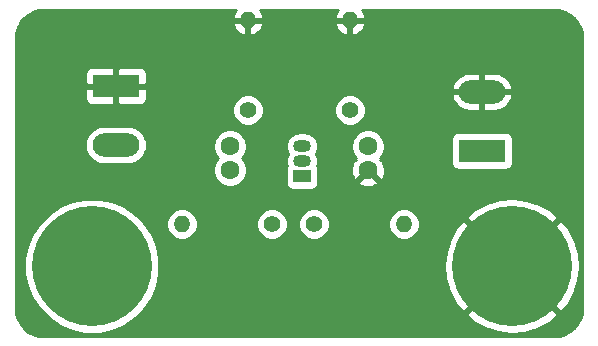
<source format=gbr>
%TF.GenerationSoftware,KiCad,Pcbnew,(5.1.8)-1*%
%TF.CreationDate,2022-01-13T18:29:01+02:00*%
%TF.ProjectId,Single_transistor_AMP,53696e67-6c65-45f7-9472-616e73697374,rev?*%
%TF.SameCoordinates,Original*%
%TF.FileFunction,Copper,L2,Bot*%
%TF.FilePolarity,Positive*%
%FSLAX46Y46*%
G04 Gerber Fmt 4.6, Leading zero omitted, Abs format (unit mm)*
G04 Created by KiCad (PCBNEW (5.1.8)-1) date 2022-01-13 18:29:01*
%MOMM*%
%LPD*%
G01*
G04 APERTURE LIST*
%TA.AperFunction,ComponentPad*%
%ADD10C,1.600000*%
%TD*%
%TA.AperFunction,ComponentPad*%
%ADD11R,3.960000X1.980000*%
%TD*%
%TA.AperFunction,ComponentPad*%
%ADD12O,3.960000X1.980000*%
%TD*%
%TA.AperFunction,ComponentPad*%
%ADD13O,1.500000X1.050000*%
%TD*%
%TA.AperFunction,ComponentPad*%
%ADD14R,1.500000X1.050000*%
%TD*%
%TA.AperFunction,ComponentPad*%
%ADD15O,1.400000X1.400000*%
%TD*%
%TA.AperFunction,ComponentPad*%
%ADD16C,1.400000*%
%TD*%
%TA.AperFunction,ComponentPad*%
%ADD17C,10.160000*%
%TD*%
%TA.AperFunction,Conductor*%
%ADD18C,0.254000*%
%TD*%
%TA.AperFunction,Conductor*%
%ADD19C,0.100000*%
%TD*%
G04 APERTURE END LIST*
D10*
%TO.P,C1,1*%
%TO.N,Net-(C1-Pad1)*%
X110236000Y-69596000D03*
%TO.P,C1,2*%
%TO.N,Net-(C1-Pad2)*%
X110236000Y-67596000D03*
%TD*%
%TO.P,C2,2*%
%TO.N,Net-(C2-Pad2)*%
X121920000Y-67596000D03*
%TO.P,C2,1*%
%TO.N,GNDREF*%
X121920000Y-69596000D03*
%TD*%
D11*
%TO.P,J1,1*%
%TO.N,GNDREF*%
X100584000Y-62484000D03*
D12*
%TO.P,J1,2*%
%TO.N,Net-(C1-Pad2)*%
X100584000Y-67484000D03*
%TD*%
%TO.P,J2,2*%
%TO.N,GNDREF*%
X131572000Y-62963001D03*
D11*
%TO.P,J2,1*%
%TO.N,Net-(J2-Pad1)*%
X131572000Y-67963001D03*
%TD*%
D13*
%TO.P,Q1,2*%
%TO.N,Net-(C1-Pad1)*%
X116332000Y-68834000D03*
%TO.P,Q1,3*%
%TO.N,Net-(C2-Pad2)*%
X116332000Y-67564000D03*
D14*
%TO.P,Q1,1*%
%TO.N,Net-(J2-Pad1)*%
X116332000Y-70104000D03*
%TD*%
D15*
%TO.P,R1,2*%
%TO.N,Net-(C1-Pad1)*%
X106172000Y-74168000D03*
D16*
%TO.P,R1,1*%
%TO.N,+9V*%
X113792000Y-74168000D03*
%TD*%
%TO.P,R2,1*%
%TO.N,Net-(C1-Pad1)*%
X111760000Y-64516000D03*
D15*
%TO.P,R2,2*%
%TO.N,GNDREF*%
X111760000Y-56896000D03*
%TD*%
D16*
%TO.P,R3,1*%
%TO.N,+9V*%
X117348000Y-74168000D03*
D15*
%TO.P,R3,2*%
%TO.N,Net-(J2-Pad1)*%
X124968000Y-74168000D03*
%TD*%
%TO.P,R4,2*%
%TO.N,GNDREF*%
X120396000Y-56896000D03*
D16*
%TO.P,R4,1*%
%TO.N,Net-(C2-Pad2)*%
X120396000Y-64516000D03*
%TD*%
D17*
%TO.P,J3,1*%
%TO.N,+9V*%
X98552000Y-77724000D03*
%TD*%
%TO.P,J4,1*%
%TO.N,GNDREF*%
X134112000Y-77724000D03*
%TD*%
D18*
%TO.N,GNDREF*%
X110693241Y-56093340D02*
X110557147Y-56316877D01*
X110467278Y-56562670D01*
X110589799Y-56769000D01*
X111633000Y-56769000D01*
X111633000Y-56749000D01*
X111887000Y-56749000D01*
X111887000Y-56769000D01*
X112930201Y-56769000D01*
X113052722Y-56562670D01*
X112962853Y-56316877D01*
X112826759Y-56093340D01*
X112770386Y-56032000D01*
X119385614Y-56032000D01*
X119329241Y-56093340D01*
X119193147Y-56316877D01*
X119103278Y-56562670D01*
X119225799Y-56769000D01*
X120269000Y-56769000D01*
X120269000Y-56749000D01*
X120523000Y-56749000D01*
X120523000Y-56769000D01*
X121566201Y-56769000D01*
X121688722Y-56562670D01*
X121598853Y-56316877D01*
X121462759Y-56093340D01*
X121406386Y-56032000D01*
X137635721Y-56032000D01*
X138131216Y-56080584D01*
X138576793Y-56215112D01*
X138987746Y-56433620D01*
X139348434Y-56727788D01*
X139645119Y-57086419D01*
X139866491Y-57495838D01*
X140004126Y-57940465D01*
X140056001Y-58434021D01*
X140056000Y-74708418D01*
X140056001Y-74708428D01*
X140056000Y-81247721D01*
X140007416Y-81743216D01*
X139872890Y-82188790D01*
X139654382Y-82599745D01*
X139360209Y-82960436D01*
X139001581Y-83257119D01*
X138592162Y-83478491D01*
X138147535Y-83616126D01*
X137653990Y-83668000D01*
X94520279Y-83668000D01*
X94024784Y-83619416D01*
X93579210Y-83484890D01*
X93168255Y-83266382D01*
X92807564Y-82972209D01*
X92510881Y-82613581D01*
X92289509Y-82204162D01*
X92151874Y-81759535D01*
X92100000Y-81265990D01*
X92100000Y-77161122D01*
X92837000Y-77161122D01*
X92837000Y-78286878D01*
X93056625Y-79391004D01*
X93487433Y-80431067D01*
X94112870Y-81367100D01*
X94908900Y-82163130D01*
X95844933Y-82788567D01*
X96884996Y-83219375D01*
X97989122Y-83439000D01*
X99114878Y-83439000D01*
X100219004Y-83219375D01*
X101259067Y-82788567D01*
X102195100Y-82163130D01*
X102597034Y-81761196D01*
X130254409Y-81761196D01*
X130840124Y-82443416D01*
X131823704Y-82991045D01*
X132895223Y-83336265D01*
X134013501Y-83465808D01*
X135135565Y-83374697D01*
X136218294Y-83066433D01*
X137220079Y-82552863D01*
X137383876Y-82443416D01*
X137969591Y-81761196D01*
X134112000Y-77903605D01*
X130254409Y-81761196D01*
X102597034Y-81761196D01*
X102991130Y-81367100D01*
X103616567Y-80431067D01*
X104047375Y-79391004D01*
X104267000Y-78286878D01*
X104267000Y-77625501D01*
X128370192Y-77625501D01*
X128461303Y-78747565D01*
X128769567Y-79830294D01*
X129283137Y-80832079D01*
X129392584Y-80995876D01*
X130074804Y-81581591D01*
X133932395Y-77724000D01*
X134291605Y-77724000D01*
X138149196Y-81581591D01*
X138831416Y-80995876D01*
X139379045Y-80012296D01*
X139724265Y-78940777D01*
X139853808Y-77822499D01*
X139762697Y-76700435D01*
X139454433Y-75617706D01*
X138940863Y-74615921D01*
X138831416Y-74452124D01*
X138149196Y-73866409D01*
X134291605Y-77724000D01*
X133932395Y-77724000D01*
X130074804Y-73866409D01*
X129392584Y-74452124D01*
X128844955Y-75435704D01*
X128499735Y-76507223D01*
X128370192Y-77625501D01*
X104267000Y-77625501D01*
X104267000Y-77161122D01*
X104047375Y-76056996D01*
X103616567Y-75016933D01*
X102991130Y-74080900D01*
X102946744Y-74036514D01*
X104837000Y-74036514D01*
X104837000Y-74299486D01*
X104888304Y-74557405D01*
X104988939Y-74800359D01*
X105135038Y-75019013D01*
X105320987Y-75204962D01*
X105539641Y-75351061D01*
X105782595Y-75451696D01*
X106040514Y-75503000D01*
X106303486Y-75503000D01*
X106561405Y-75451696D01*
X106804359Y-75351061D01*
X107023013Y-75204962D01*
X107208962Y-75019013D01*
X107355061Y-74800359D01*
X107455696Y-74557405D01*
X107507000Y-74299486D01*
X107507000Y-74036514D01*
X112457000Y-74036514D01*
X112457000Y-74299486D01*
X112508304Y-74557405D01*
X112608939Y-74800359D01*
X112755038Y-75019013D01*
X112940987Y-75204962D01*
X113159641Y-75351061D01*
X113402595Y-75451696D01*
X113660514Y-75503000D01*
X113923486Y-75503000D01*
X114181405Y-75451696D01*
X114424359Y-75351061D01*
X114643013Y-75204962D01*
X114828962Y-75019013D01*
X114975061Y-74800359D01*
X115075696Y-74557405D01*
X115127000Y-74299486D01*
X115127000Y-74036514D01*
X116013000Y-74036514D01*
X116013000Y-74299486D01*
X116064304Y-74557405D01*
X116164939Y-74800359D01*
X116311038Y-75019013D01*
X116496987Y-75204962D01*
X116715641Y-75351061D01*
X116958595Y-75451696D01*
X117216514Y-75503000D01*
X117479486Y-75503000D01*
X117737405Y-75451696D01*
X117980359Y-75351061D01*
X118199013Y-75204962D01*
X118384962Y-75019013D01*
X118531061Y-74800359D01*
X118631696Y-74557405D01*
X118683000Y-74299486D01*
X118683000Y-74036514D01*
X123633000Y-74036514D01*
X123633000Y-74299486D01*
X123684304Y-74557405D01*
X123784939Y-74800359D01*
X123931038Y-75019013D01*
X124116987Y-75204962D01*
X124335641Y-75351061D01*
X124578595Y-75451696D01*
X124836514Y-75503000D01*
X125099486Y-75503000D01*
X125357405Y-75451696D01*
X125600359Y-75351061D01*
X125819013Y-75204962D01*
X126004962Y-75019013D01*
X126151061Y-74800359D01*
X126251696Y-74557405D01*
X126303000Y-74299486D01*
X126303000Y-74036514D01*
X126251696Y-73778595D01*
X126213675Y-73686804D01*
X130254409Y-73686804D01*
X134112000Y-77544395D01*
X137969591Y-73686804D01*
X137383876Y-73004584D01*
X136400296Y-72456955D01*
X135328777Y-72111735D01*
X134210499Y-71982192D01*
X133088435Y-72073303D01*
X132005706Y-72381567D01*
X131003921Y-72895137D01*
X130840124Y-73004584D01*
X130254409Y-73686804D01*
X126213675Y-73686804D01*
X126151061Y-73535641D01*
X126004962Y-73316987D01*
X125819013Y-73131038D01*
X125600359Y-72984939D01*
X125357405Y-72884304D01*
X125099486Y-72833000D01*
X124836514Y-72833000D01*
X124578595Y-72884304D01*
X124335641Y-72984939D01*
X124116987Y-73131038D01*
X123931038Y-73316987D01*
X123784939Y-73535641D01*
X123684304Y-73778595D01*
X123633000Y-74036514D01*
X118683000Y-74036514D01*
X118631696Y-73778595D01*
X118531061Y-73535641D01*
X118384962Y-73316987D01*
X118199013Y-73131038D01*
X117980359Y-72984939D01*
X117737405Y-72884304D01*
X117479486Y-72833000D01*
X117216514Y-72833000D01*
X116958595Y-72884304D01*
X116715641Y-72984939D01*
X116496987Y-73131038D01*
X116311038Y-73316987D01*
X116164939Y-73535641D01*
X116064304Y-73778595D01*
X116013000Y-74036514D01*
X115127000Y-74036514D01*
X115075696Y-73778595D01*
X114975061Y-73535641D01*
X114828962Y-73316987D01*
X114643013Y-73131038D01*
X114424359Y-72984939D01*
X114181405Y-72884304D01*
X113923486Y-72833000D01*
X113660514Y-72833000D01*
X113402595Y-72884304D01*
X113159641Y-72984939D01*
X112940987Y-73131038D01*
X112755038Y-73316987D01*
X112608939Y-73535641D01*
X112508304Y-73778595D01*
X112457000Y-74036514D01*
X107507000Y-74036514D01*
X107455696Y-73778595D01*
X107355061Y-73535641D01*
X107208962Y-73316987D01*
X107023013Y-73131038D01*
X106804359Y-72984939D01*
X106561405Y-72884304D01*
X106303486Y-72833000D01*
X106040514Y-72833000D01*
X105782595Y-72884304D01*
X105539641Y-72984939D01*
X105320987Y-73131038D01*
X105135038Y-73316987D01*
X104988939Y-73535641D01*
X104888304Y-73778595D01*
X104837000Y-74036514D01*
X102946744Y-74036514D01*
X102195100Y-73284870D01*
X101259067Y-72659433D01*
X100219004Y-72228625D01*
X99114878Y-72009000D01*
X97989122Y-72009000D01*
X96884996Y-72228625D01*
X95844933Y-72659433D01*
X94908900Y-73284870D01*
X94112870Y-74080900D01*
X93487433Y-75016933D01*
X93056625Y-76056996D01*
X92837000Y-77161122D01*
X92100000Y-77161122D01*
X92100000Y-67484000D01*
X97961138Y-67484000D01*
X97992513Y-67802556D01*
X98085432Y-68108869D01*
X98236325Y-68391170D01*
X98439392Y-68638608D01*
X98686830Y-68841675D01*
X98969131Y-68992568D01*
X99275444Y-69085487D01*
X99514176Y-69109000D01*
X101653824Y-69109000D01*
X101892556Y-69085487D01*
X102198869Y-68992568D01*
X102481170Y-68841675D01*
X102728608Y-68638608D01*
X102931675Y-68391170D01*
X103082568Y-68108869D01*
X103175487Y-67802556D01*
X103206862Y-67484000D01*
X103203973Y-67454665D01*
X108801000Y-67454665D01*
X108801000Y-67737335D01*
X108856147Y-68014574D01*
X108964320Y-68275727D01*
X109121363Y-68510759D01*
X109206604Y-68596000D01*
X109121363Y-68681241D01*
X108964320Y-68916273D01*
X108856147Y-69177426D01*
X108801000Y-69454665D01*
X108801000Y-69737335D01*
X108856147Y-70014574D01*
X108964320Y-70275727D01*
X109121363Y-70510759D01*
X109321241Y-70710637D01*
X109556273Y-70867680D01*
X109817426Y-70975853D01*
X110094665Y-71031000D01*
X110377335Y-71031000D01*
X110654574Y-70975853D01*
X110915727Y-70867680D01*
X111150759Y-70710637D01*
X111350637Y-70510759D01*
X111507680Y-70275727D01*
X111615853Y-70014574D01*
X111671000Y-69737335D01*
X111671000Y-69454665D01*
X111615853Y-69177426D01*
X111507680Y-68916273D01*
X111350637Y-68681241D01*
X111265396Y-68596000D01*
X111350637Y-68510759D01*
X111507680Y-68275727D01*
X111615853Y-68014574D01*
X111671000Y-67737335D01*
X111671000Y-67564000D01*
X114941388Y-67564000D01*
X114963785Y-67791400D01*
X115030115Y-68010060D01*
X115131105Y-68199000D01*
X115030115Y-68387940D01*
X114963785Y-68606600D01*
X114941388Y-68834000D01*
X114963785Y-69061400D01*
X115027093Y-69270098D01*
X114992498Y-69334820D01*
X114956188Y-69454518D01*
X114943928Y-69579000D01*
X114943928Y-70629000D01*
X114956188Y-70753482D01*
X114992498Y-70873180D01*
X115051463Y-70983494D01*
X115130815Y-71080185D01*
X115227506Y-71159537D01*
X115337820Y-71218502D01*
X115457518Y-71254812D01*
X115582000Y-71267072D01*
X117082000Y-71267072D01*
X117206482Y-71254812D01*
X117326180Y-71218502D01*
X117436494Y-71159537D01*
X117533185Y-71080185D01*
X117612537Y-70983494D01*
X117671502Y-70873180D01*
X117707812Y-70753482D01*
X117720072Y-70629000D01*
X117720072Y-70588702D01*
X121106903Y-70588702D01*
X121178486Y-70832671D01*
X121433996Y-70953571D01*
X121708184Y-71022300D01*
X121990512Y-71036217D01*
X122270130Y-70994787D01*
X122536292Y-70899603D01*
X122661514Y-70832671D01*
X122733097Y-70588702D01*
X121920000Y-69775605D01*
X121106903Y-70588702D01*
X117720072Y-70588702D01*
X117720072Y-69666512D01*
X120479783Y-69666512D01*
X120521213Y-69946130D01*
X120616397Y-70212292D01*
X120683329Y-70337514D01*
X120927298Y-70409097D01*
X121740395Y-69596000D01*
X121726253Y-69581858D01*
X121905858Y-69402253D01*
X121920000Y-69416395D01*
X121934143Y-69402253D01*
X122113748Y-69581858D01*
X122099605Y-69596000D01*
X122912702Y-70409097D01*
X123156671Y-70337514D01*
X123277571Y-70082004D01*
X123346300Y-69807816D01*
X123360217Y-69525488D01*
X123318787Y-69245870D01*
X123223603Y-68979708D01*
X123156671Y-68854486D01*
X122912704Y-68782903D01*
X123028977Y-68666630D01*
X122953872Y-68591525D01*
X123034637Y-68510759D01*
X123191680Y-68275727D01*
X123299853Y-68014574D01*
X123355000Y-67737335D01*
X123355000Y-67454665D01*
X123299853Y-67177426D01*
X123215178Y-66973001D01*
X128953928Y-66973001D01*
X128953928Y-68953001D01*
X128966188Y-69077483D01*
X129002498Y-69197181D01*
X129061463Y-69307495D01*
X129140815Y-69404186D01*
X129237506Y-69483538D01*
X129347820Y-69542503D01*
X129467518Y-69578813D01*
X129592000Y-69591073D01*
X133552000Y-69591073D01*
X133676482Y-69578813D01*
X133796180Y-69542503D01*
X133906494Y-69483538D01*
X134003185Y-69404186D01*
X134082537Y-69307495D01*
X134141502Y-69197181D01*
X134177812Y-69077483D01*
X134190072Y-68953001D01*
X134190072Y-66973001D01*
X134177812Y-66848519D01*
X134141502Y-66728821D01*
X134082537Y-66618507D01*
X134003185Y-66521816D01*
X133906494Y-66442464D01*
X133796180Y-66383499D01*
X133676482Y-66347189D01*
X133552000Y-66334929D01*
X129592000Y-66334929D01*
X129467518Y-66347189D01*
X129347820Y-66383499D01*
X129237506Y-66442464D01*
X129140815Y-66521816D01*
X129061463Y-66618507D01*
X129002498Y-66728821D01*
X128966188Y-66848519D01*
X128953928Y-66973001D01*
X123215178Y-66973001D01*
X123191680Y-66916273D01*
X123034637Y-66681241D01*
X122834759Y-66481363D01*
X122599727Y-66324320D01*
X122338574Y-66216147D01*
X122061335Y-66161000D01*
X121778665Y-66161000D01*
X121501426Y-66216147D01*
X121240273Y-66324320D01*
X121005241Y-66481363D01*
X120805363Y-66681241D01*
X120648320Y-66916273D01*
X120540147Y-67177426D01*
X120485000Y-67454665D01*
X120485000Y-67737335D01*
X120540147Y-68014574D01*
X120648320Y-68275727D01*
X120805363Y-68510759D01*
X120886129Y-68591525D01*
X120811023Y-68666630D01*
X120927296Y-68782903D01*
X120683329Y-68854486D01*
X120562429Y-69109996D01*
X120493700Y-69384184D01*
X120479783Y-69666512D01*
X117720072Y-69666512D01*
X117720072Y-69579000D01*
X117707812Y-69454518D01*
X117671502Y-69334820D01*
X117636907Y-69270098D01*
X117700215Y-69061400D01*
X117722612Y-68834000D01*
X117700215Y-68606600D01*
X117633885Y-68387940D01*
X117532895Y-68199000D01*
X117633885Y-68010060D01*
X117700215Y-67791400D01*
X117722612Y-67564000D01*
X117700215Y-67336600D01*
X117633885Y-67117940D01*
X117526171Y-66916421D01*
X117381212Y-66739788D01*
X117204579Y-66594829D01*
X117003060Y-66487115D01*
X116784400Y-66420785D01*
X116613979Y-66404000D01*
X116050021Y-66404000D01*
X115879600Y-66420785D01*
X115660940Y-66487115D01*
X115459421Y-66594829D01*
X115282788Y-66739788D01*
X115137829Y-66916421D01*
X115030115Y-67117940D01*
X114963785Y-67336600D01*
X114941388Y-67564000D01*
X111671000Y-67564000D01*
X111671000Y-67454665D01*
X111615853Y-67177426D01*
X111507680Y-66916273D01*
X111350637Y-66681241D01*
X111150759Y-66481363D01*
X110915727Y-66324320D01*
X110654574Y-66216147D01*
X110377335Y-66161000D01*
X110094665Y-66161000D01*
X109817426Y-66216147D01*
X109556273Y-66324320D01*
X109321241Y-66481363D01*
X109121363Y-66681241D01*
X108964320Y-66916273D01*
X108856147Y-67177426D01*
X108801000Y-67454665D01*
X103203973Y-67454665D01*
X103175487Y-67165444D01*
X103082568Y-66859131D01*
X102931675Y-66576830D01*
X102728608Y-66329392D01*
X102481170Y-66126325D01*
X102198869Y-65975432D01*
X101892556Y-65882513D01*
X101653824Y-65859000D01*
X99514176Y-65859000D01*
X99275444Y-65882513D01*
X98969131Y-65975432D01*
X98686830Y-66126325D01*
X98439392Y-66329392D01*
X98236325Y-66576830D01*
X98085432Y-66859131D01*
X97992513Y-67165444D01*
X97961138Y-67484000D01*
X92100000Y-67484000D01*
X92100000Y-64384514D01*
X110425000Y-64384514D01*
X110425000Y-64647486D01*
X110476304Y-64905405D01*
X110576939Y-65148359D01*
X110723038Y-65367013D01*
X110908987Y-65552962D01*
X111127641Y-65699061D01*
X111370595Y-65799696D01*
X111628514Y-65851000D01*
X111891486Y-65851000D01*
X112149405Y-65799696D01*
X112392359Y-65699061D01*
X112611013Y-65552962D01*
X112796962Y-65367013D01*
X112943061Y-65148359D01*
X113043696Y-64905405D01*
X113095000Y-64647486D01*
X113095000Y-64384514D01*
X119061000Y-64384514D01*
X119061000Y-64647486D01*
X119112304Y-64905405D01*
X119212939Y-65148359D01*
X119359038Y-65367013D01*
X119544987Y-65552962D01*
X119763641Y-65699061D01*
X120006595Y-65799696D01*
X120264514Y-65851000D01*
X120527486Y-65851000D01*
X120785405Y-65799696D01*
X121028359Y-65699061D01*
X121247013Y-65552962D01*
X121432962Y-65367013D01*
X121579061Y-65148359D01*
X121679696Y-64905405D01*
X121731000Y-64647486D01*
X121731000Y-64384514D01*
X121679696Y-64126595D01*
X121579061Y-63883641D01*
X121432962Y-63664987D01*
X121247013Y-63479038D01*
X121041720Y-63341866D01*
X129001782Y-63341866D01*
X129032095Y-63467529D01*
X129160304Y-63760206D01*
X129343148Y-64022247D01*
X129573601Y-64243582D01*
X129842806Y-64415705D01*
X130140418Y-64532001D01*
X130455000Y-64588001D01*
X131445000Y-64588001D01*
X131445000Y-63090001D01*
X131699000Y-63090001D01*
X131699000Y-64588001D01*
X132689000Y-64588001D01*
X133003582Y-64532001D01*
X133301194Y-64415705D01*
X133570399Y-64243582D01*
X133800852Y-64022247D01*
X133983696Y-63760206D01*
X134111905Y-63467529D01*
X134142218Y-63341866D01*
X134022740Y-63090001D01*
X131699000Y-63090001D01*
X131445000Y-63090001D01*
X129121260Y-63090001D01*
X129001782Y-63341866D01*
X121041720Y-63341866D01*
X121028359Y-63332939D01*
X120785405Y-63232304D01*
X120527486Y-63181000D01*
X120264514Y-63181000D01*
X120006595Y-63232304D01*
X119763641Y-63332939D01*
X119544987Y-63479038D01*
X119359038Y-63664987D01*
X119212939Y-63883641D01*
X119112304Y-64126595D01*
X119061000Y-64384514D01*
X113095000Y-64384514D01*
X113043696Y-64126595D01*
X112943061Y-63883641D01*
X112796962Y-63664987D01*
X112611013Y-63479038D01*
X112392359Y-63332939D01*
X112149405Y-63232304D01*
X111891486Y-63181000D01*
X111628514Y-63181000D01*
X111370595Y-63232304D01*
X111127641Y-63332939D01*
X110908987Y-63479038D01*
X110723038Y-63664987D01*
X110576939Y-63883641D01*
X110476304Y-64126595D01*
X110425000Y-64384514D01*
X92100000Y-64384514D01*
X92100000Y-63474000D01*
X97965928Y-63474000D01*
X97978188Y-63598482D01*
X98014498Y-63718180D01*
X98073463Y-63828494D01*
X98152815Y-63925185D01*
X98249506Y-64004537D01*
X98359820Y-64063502D01*
X98479518Y-64099812D01*
X98604000Y-64112072D01*
X100298250Y-64109000D01*
X100457000Y-63950250D01*
X100457000Y-62611000D01*
X100711000Y-62611000D01*
X100711000Y-63950250D01*
X100869750Y-64109000D01*
X102564000Y-64112072D01*
X102688482Y-64099812D01*
X102808180Y-64063502D01*
X102918494Y-64004537D01*
X103015185Y-63925185D01*
X103094537Y-63828494D01*
X103153502Y-63718180D01*
X103189812Y-63598482D01*
X103202072Y-63474000D01*
X103199000Y-62769750D01*
X103040250Y-62611000D01*
X100711000Y-62611000D01*
X100457000Y-62611000D01*
X98127750Y-62611000D01*
X97969000Y-62769750D01*
X97965928Y-63474000D01*
X92100000Y-63474000D01*
X92100000Y-62584136D01*
X129001782Y-62584136D01*
X129121260Y-62836001D01*
X131445000Y-62836001D01*
X131445000Y-61338001D01*
X131699000Y-61338001D01*
X131699000Y-62836001D01*
X134022740Y-62836001D01*
X134142218Y-62584136D01*
X134111905Y-62458473D01*
X133983696Y-62165796D01*
X133800852Y-61903755D01*
X133570399Y-61682420D01*
X133301194Y-61510297D01*
X133003582Y-61394001D01*
X132689000Y-61338001D01*
X131699000Y-61338001D01*
X131445000Y-61338001D01*
X130455000Y-61338001D01*
X130140418Y-61394001D01*
X129842806Y-61510297D01*
X129573601Y-61682420D01*
X129343148Y-61903755D01*
X129160304Y-62165796D01*
X129032095Y-62458473D01*
X129001782Y-62584136D01*
X92100000Y-62584136D01*
X92100000Y-61494000D01*
X97965928Y-61494000D01*
X97969000Y-62198250D01*
X98127750Y-62357000D01*
X100457000Y-62357000D01*
X100457000Y-61017750D01*
X100711000Y-61017750D01*
X100711000Y-62357000D01*
X103040250Y-62357000D01*
X103199000Y-62198250D01*
X103202072Y-61494000D01*
X103189812Y-61369518D01*
X103153502Y-61249820D01*
X103094537Y-61139506D01*
X103015185Y-61042815D01*
X102918494Y-60963463D01*
X102808180Y-60904498D01*
X102688482Y-60868188D01*
X102564000Y-60855928D01*
X100869750Y-60859000D01*
X100711000Y-61017750D01*
X100457000Y-61017750D01*
X100298250Y-60859000D01*
X98604000Y-60855928D01*
X98479518Y-60868188D01*
X98359820Y-60904498D01*
X98249506Y-60963463D01*
X98152815Y-61042815D01*
X98073463Y-61139506D01*
X98014498Y-61249820D01*
X97978188Y-61369518D01*
X97965928Y-61494000D01*
X92100000Y-61494000D01*
X92100000Y-58452279D01*
X92148584Y-57956784D01*
X92283112Y-57511207D01*
X92432988Y-57229330D01*
X110467278Y-57229330D01*
X110557147Y-57475123D01*
X110693241Y-57698660D01*
X110870330Y-57891351D01*
X111081608Y-58045792D01*
X111318956Y-58156047D01*
X111426671Y-58188716D01*
X111633000Y-58065374D01*
X111633000Y-57023000D01*
X111887000Y-57023000D01*
X111887000Y-58065374D01*
X112093329Y-58188716D01*
X112201044Y-58156047D01*
X112438392Y-58045792D01*
X112649670Y-57891351D01*
X112826759Y-57698660D01*
X112962853Y-57475123D01*
X113052722Y-57229330D01*
X119103278Y-57229330D01*
X119193147Y-57475123D01*
X119329241Y-57698660D01*
X119506330Y-57891351D01*
X119717608Y-58045792D01*
X119954956Y-58156047D01*
X120062671Y-58188716D01*
X120269000Y-58065374D01*
X120269000Y-57023000D01*
X120523000Y-57023000D01*
X120523000Y-58065374D01*
X120729329Y-58188716D01*
X120837044Y-58156047D01*
X121074392Y-58045792D01*
X121285670Y-57891351D01*
X121462759Y-57698660D01*
X121598853Y-57475123D01*
X121688722Y-57229330D01*
X121566201Y-57023000D01*
X120523000Y-57023000D01*
X120269000Y-57023000D01*
X119225799Y-57023000D01*
X119103278Y-57229330D01*
X113052722Y-57229330D01*
X112930201Y-57023000D01*
X111887000Y-57023000D01*
X111633000Y-57023000D01*
X110589799Y-57023000D01*
X110467278Y-57229330D01*
X92432988Y-57229330D01*
X92501620Y-57100254D01*
X92795788Y-56739566D01*
X93154419Y-56442881D01*
X93563838Y-56221509D01*
X94008465Y-56083874D01*
X94502011Y-56032000D01*
X110749614Y-56032000D01*
X110693241Y-56093340D01*
%TA.AperFunction,Conductor*%
D19*
G36*
X110693241Y-56093340D02*
G01*
X110557147Y-56316877D01*
X110467278Y-56562670D01*
X110589799Y-56769000D01*
X111633000Y-56769000D01*
X111633000Y-56749000D01*
X111887000Y-56749000D01*
X111887000Y-56769000D01*
X112930201Y-56769000D01*
X113052722Y-56562670D01*
X112962853Y-56316877D01*
X112826759Y-56093340D01*
X112770386Y-56032000D01*
X119385614Y-56032000D01*
X119329241Y-56093340D01*
X119193147Y-56316877D01*
X119103278Y-56562670D01*
X119225799Y-56769000D01*
X120269000Y-56769000D01*
X120269000Y-56749000D01*
X120523000Y-56749000D01*
X120523000Y-56769000D01*
X121566201Y-56769000D01*
X121688722Y-56562670D01*
X121598853Y-56316877D01*
X121462759Y-56093340D01*
X121406386Y-56032000D01*
X137635721Y-56032000D01*
X138131216Y-56080584D01*
X138576793Y-56215112D01*
X138987746Y-56433620D01*
X139348434Y-56727788D01*
X139645119Y-57086419D01*
X139866491Y-57495838D01*
X140004126Y-57940465D01*
X140056001Y-58434021D01*
X140056000Y-74708418D01*
X140056001Y-74708428D01*
X140056000Y-81247721D01*
X140007416Y-81743216D01*
X139872890Y-82188790D01*
X139654382Y-82599745D01*
X139360209Y-82960436D01*
X139001581Y-83257119D01*
X138592162Y-83478491D01*
X138147535Y-83616126D01*
X137653990Y-83668000D01*
X94520279Y-83668000D01*
X94024784Y-83619416D01*
X93579210Y-83484890D01*
X93168255Y-83266382D01*
X92807564Y-82972209D01*
X92510881Y-82613581D01*
X92289509Y-82204162D01*
X92151874Y-81759535D01*
X92100000Y-81265990D01*
X92100000Y-77161122D01*
X92837000Y-77161122D01*
X92837000Y-78286878D01*
X93056625Y-79391004D01*
X93487433Y-80431067D01*
X94112870Y-81367100D01*
X94908900Y-82163130D01*
X95844933Y-82788567D01*
X96884996Y-83219375D01*
X97989122Y-83439000D01*
X99114878Y-83439000D01*
X100219004Y-83219375D01*
X101259067Y-82788567D01*
X102195100Y-82163130D01*
X102597034Y-81761196D01*
X130254409Y-81761196D01*
X130840124Y-82443416D01*
X131823704Y-82991045D01*
X132895223Y-83336265D01*
X134013501Y-83465808D01*
X135135565Y-83374697D01*
X136218294Y-83066433D01*
X137220079Y-82552863D01*
X137383876Y-82443416D01*
X137969591Y-81761196D01*
X134112000Y-77903605D01*
X130254409Y-81761196D01*
X102597034Y-81761196D01*
X102991130Y-81367100D01*
X103616567Y-80431067D01*
X104047375Y-79391004D01*
X104267000Y-78286878D01*
X104267000Y-77625501D01*
X128370192Y-77625501D01*
X128461303Y-78747565D01*
X128769567Y-79830294D01*
X129283137Y-80832079D01*
X129392584Y-80995876D01*
X130074804Y-81581591D01*
X133932395Y-77724000D01*
X134291605Y-77724000D01*
X138149196Y-81581591D01*
X138831416Y-80995876D01*
X139379045Y-80012296D01*
X139724265Y-78940777D01*
X139853808Y-77822499D01*
X139762697Y-76700435D01*
X139454433Y-75617706D01*
X138940863Y-74615921D01*
X138831416Y-74452124D01*
X138149196Y-73866409D01*
X134291605Y-77724000D01*
X133932395Y-77724000D01*
X130074804Y-73866409D01*
X129392584Y-74452124D01*
X128844955Y-75435704D01*
X128499735Y-76507223D01*
X128370192Y-77625501D01*
X104267000Y-77625501D01*
X104267000Y-77161122D01*
X104047375Y-76056996D01*
X103616567Y-75016933D01*
X102991130Y-74080900D01*
X102946744Y-74036514D01*
X104837000Y-74036514D01*
X104837000Y-74299486D01*
X104888304Y-74557405D01*
X104988939Y-74800359D01*
X105135038Y-75019013D01*
X105320987Y-75204962D01*
X105539641Y-75351061D01*
X105782595Y-75451696D01*
X106040514Y-75503000D01*
X106303486Y-75503000D01*
X106561405Y-75451696D01*
X106804359Y-75351061D01*
X107023013Y-75204962D01*
X107208962Y-75019013D01*
X107355061Y-74800359D01*
X107455696Y-74557405D01*
X107507000Y-74299486D01*
X107507000Y-74036514D01*
X112457000Y-74036514D01*
X112457000Y-74299486D01*
X112508304Y-74557405D01*
X112608939Y-74800359D01*
X112755038Y-75019013D01*
X112940987Y-75204962D01*
X113159641Y-75351061D01*
X113402595Y-75451696D01*
X113660514Y-75503000D01*
X113923486Y-75503000D01*
X114181405Y-75451696D01*
X114424359Y-75351061D01*
X114643013Y-75204962D01*
X114828962Y-75019013D01*
X114975061Y-74800359D01*
X115075696Y-74557405D01*
X115127000Y-74299486D01*
X115127000Y-74036514D01*
X116013000Y-74036514D01*
X116013000Y-74299486D01*
X116064304Y-74557405D01*
X116164939Y-74800359D01*
X116311038Y-75019013D01*
X116496987Y-75204962D01*
X116715641Y-75351061D01*
X116958595Y-75451696D01*
X117216514Y-75503000D01*
X117479486Y-75503000D01*
X117737405Y-75451696D01*
X117980359Y-75351061D01*
X118199013Y-75204962D01*
X118384962Y-75019013D01*
X118531061Y-74800359D01*
X118631696Y-74557405D01*
X118683000Y-74299486D01*
X118683000Y-74036514D01*
X123633000Y-74036514D01*
X123633000Y-74299486D01*
X123684304Y-74557405D01*
X123784939Y-74800359D01*
X123931038Y-75019013D01*
X124116987Y-75204962D01*
X124335641Y-75351061D01*
X124578595Y-75451696D01*
X124836514Y-75503000D01*
X125099486Y-75503000D01*
X125357405Y-75451696D01*
X125600359Y-75351061D01*
X125819013Y-75204962D01*
X126004962Y-75019013D01*
X126151061Y-74800359D01*
X126251696Y-74557405D01*
X126303000Y-74299486D01*
X126303000Y-74036514D01*
X126251696Y-73778595D01*
X126213675Y-73686804D01*
X130254409Y-73686804D01*
X134112000Y-77544395D01*
X137969591Y-73686804D01*
X137383876Y-73004584D01*
X136400296Y-72456955D01*
X135328777Y-72111735D01*
X134210499Y-71982192D01*
X133088435Y-72073303D01*
X132005706Y-72381567D01*
X131003921Y-72895137D01*
X130840124Y-73004584D01*
X130254409Y-73686804D01*
X126213675Y-73686804D01*
X126151061Y-73535641D01*
X126004962Y-73316987D01*
X125819013Y-73131038D01*
X125600359Y-72984939D01*
X125357405Y-72884304D01*
X125099486Y-72833000D01*
X124836514Y-72833000D01*
X124578595Y-72884304D01*
X124335641Y-72984939D01*
X124116987Y-73131038D01*
X123931038Y-73316987D01*
X123784939Y-73535641D01*
X123684304Y-73778595D01*
X123633000Y-74036514D01*
X118683000Y-74036514D01*
X118631696Y-73778595D01*
X118531061Y-73535641D01*
X118384962Y-73316987D01*
X118199013Y-73131038D01*
X117980359Y-72984939D01*
X117737405Y-72884304D01*
X117479486Y-72833000D01*
X117216514Y-72833000D01*
X116958595Y-72884304D01*
X116715641Y-72984939D01*
X116496987Y-73131038D01*
X116311038Y-73316987D01*
X116164939Y-73535641D01*
X116064304Y-73778595D01*
X116013000Y-74036514D01*
X115127000Y-74036514D01*
X115075696Y-73778595D01*
X114975061Y-73535641D01*
X114828962Y-73316987D01*
X114643013Y-73131038D01*
X114424359Y-72984939D01*
X114181405Y-72884304D01*
X113923486Y-72833000D01*
X113660514Y-72833000D01*
X113402595Y-72884304D01*
X113159641Y-72984939D01*
X112940987Y-73131038D01*
X112755038Y-73316987D01*
X112608939Y-73535641D01*
X112508304Y-73778595D01*
X112457000Y-74036514D01*
X107507000Y-74036514D01*
X107455696Y-73778595D01*
X107355061Y-73535641D01*
X107208962Y-73316987D01*
X107023013Y-73131038D01*
X106804359Y-72984939D01*
X106561405Y-72884304D01*
X106303486Y-72833000D01*
X106040514Y-72833000D01*
X105782595Y-72884304D01*
X105539641Y-72984939D01*
X105320987Y-73131038D01*
X105135038Y-73316987D01*
X104988939Y-73535641D01*
X104888304Y-73778595D01*
X104837000Y-74036514D01*
X102946744Y-74036514D01*
X102195100Y-73284870D01*
X101259067Y-72659433D01*
X100219004Y-72228625D01*
X99114878Y-72009000D01*
X97989122Y-72009000D01*
X96884996Y-72228625D01*
X95844933Y-72659433D01*
X94908900Y-73284870D01*
X94112870Y-74080900D01*
X93487433Y-75016933D01*
X93056625Y-76056996D01*
X92837000Y-77161122D01*
X92100000Y-77161122D01*
X92100000Y-67484000D01*
X97961138Y-67484000D01*
X97992513Y-67802556D01*
X98085432Y-68108869D01*
X98236325Y-68391170D01*
X98439392Y-68638608D01*
X98686830Y-68841675D01*
X98969131Y-68992568D01*
X99275444Y-69085487D01*
X99514176Y-69109000D01*
X101653824Y-69109000D01*
X101892556Y-69085487D01*
X102198869Y-68992568D01*
X102481170Y-68841675D01*
X102728608Y-68638608D01*
X102931675Y-68391170D01*
X103082568Y-68108869D01*
X103175487Y-67802556D01*
X103206862Y-67484000D01*
X103203973Y-67454665D01*
X108801000Y-67454665D01*
X108801000Y-67737335D01*
X108856147Y-68014574D01*
X108964320Y-68275727D01*
X109121363Y-68510759D01*
X109206604Y-68596000D01*
X109121363Y-68681241D01*
X108964320Y-68916273D01*
X108856147Y-69177426D01*
X108801000Y-69454665D01*
X108801000Y-69737335D01*
X108856147Y-70014574D01*
X108964320Y-70275727D01*
X109121363Y-70510759D01*
X109321241Y-70710637D01*
X109556273Y-70867680D01*
X109817426Y-70975853D01*
X110094665Y-71031000D01*
X110377335Y-71031000D01*
X110654574Y-70975853D01*
X110915727Y-70867680D01*
X111150759Y-70710637D01*
X111350637Y-70510759D01*
X111507680Y-70275727D01*
X111615853Y-70014574D01*
X111671000Y-69737335D01*
X111671000Y-69454665D01*
X111615853Y-69177426D01*
X111507680Y-68916273D01*
X111350637Y-68681241D01*
X111265396Y-68596000D01*
X111350637Y-68510759D01*
X111507680Y-68275727D01*
X111615853Y-68014574D01*
X111671000Y-67737335D01*
X111671000Y-67564000D01*
X114941388Y-67564000D01*
X114963785Y-67791400D01*
X115030115Y-68010060D01*
X115131105Y-68199000D01*
X115030115Y-68387940D01*
X114963785Y-68606600D01*
X114941388Y-68834000D01*
X114963785Y-69061400D01*
X115027093Y-69270098D01*
X114992498Y-69334820D01*
X114956188Y-69454518D01*
X114943928Y-69579000D01*
X114943928Y-70629000D01*
X114956188Y-70753482D01*
X114992498Y-70873180D01*
X115051463Y-70983494D01*
X115130815Y-71080185D01*
X115227506Y-71159537D01*
X115337820Y-71218502D01*
X115457518Y-71254812D01*
X115582000Y-71267072D01*
X117082000Y-71267072D01*
X117206482Y-71254812D01*
X117326180Y-71218502D01*
X117436494Y-71159537D01*
X117533185Y-71080185D01*
X117612537Y-70983494D01*
X117671502Y-70873180D01*
X117707812Y-70753482D01*
X117720072Y-70629000D01*
X117720072Y-70588702D01*
X121106903Y-70588702D01*
X121178486Y-70832671D01*
X121433996Y-70953571D01*
X121708184Y-71022300D01*
X121990512Y-71036217D01*
X122270130Y-70994787D01*
X122536292Y-70899603D01*
X122661514Y-70832671D01*
X122733097Y-70588702D01*
X121920000Y-69775605D01*
X121106903Y-70588702D01*
X117720072Y-70588702D01*
X117720072Y-69666512D01*
X120479783Y-69666512D01*
X120521213Y-69946130D01*
X120616397Y-70212292D01*
X120683329Y-70337514D01*
X120927298Y-70409097D01*
X121740395Y-69596000D01*
X121726253Y-69581858D01*
X121905858Y-69402253D01*
X121920000Y-69416395D01*
X121934143Y-69402253D01*
X122113748Y-69581858D01*
X122099605Y-69596000D01*
X122912702Y-70409097D01*
X123156671Y-70337514D01*
X123277571Y-70082004D01*
X123346300Y-69807816D01*
X123360217Y-69525488D01*
X123318787Y-69245870D01*
X123223603Y-68979708D01*
X123156671Y-68854486D01*
X122912704Y-68782903D01*
X123028977Y-68666630D01*
X122953872Y-68591525D01*
X123034637Y-68510759D01*
X123191680Y-68275727D01*
X123299853Y-68014574D01*
X123355000Y-67737335D01*
X123355000Y-67454665D01*
X123299853Y-67177426D01*
X123215178Y-66973001D01*
X128953928Y-66973001D01*
X128953928Y-68953001D01*
X128966188Y-69077483D01*
X129002498Y-69197181D01*
X129061463Y-69307495D01*
X129140815Y-69404186D01*
X129237506Y-69483538D01*
X129347820Y-69542503D01*
X129467518Y-69578813D01*
X129592000Y-69591073D01*
X133552000Y-69591073D01*
X133676482Y-69578813D01*
X133796180Y-69542503D01*
X133906494Y-69483538D01*
X134003185Y-69404186D01*
X134082537Y-69307495D01*
X134141502Y-69197181D01*
X134177812Y-69077483D01*
X134190072Y-68953001D01*
X134190072Y-66973001D01*
X134177812Y-66848519D01*
X134141502Y-66728821D01*
X134082537Y-66618507D01*
X134003185Y-66521816D01*
X133906494Y-66442464D01*
X133796180Y-66383499D01*
X133676482Y-66347189D01*
X133552000Y-66334929D01*
X129592000Y-66334929D01*
X129467518Y-66347189D01*
X129347820Y-66383499D01*
X129237506Y-66442464D01*
X129140815Y-66521816D01*
X129061463Y-66618507D01*
X129002498Y-66728821D01*
X128966188Y-66848519D01*
X128953928Y-66973001D01*
X123215178Y-66973001D01*
X123191680Y-66916273D01*
X123034637Y-66681241D01*
X122834759Y-66481363D01*
X122599727Y-66324320D01*
X122338574Y-66216147D01*
X122061335Y-66161000D01*
X121778665Y-66161000D01*
X121501426Y-66216147D01*
X121240273Y-66324320D01*
X121005241Y-66481363D01*
X120805363Y-66681241D01*
X120648320Y-66916273D01*
X120540147Y-67177426D01*
X120485000Y-67454665D01*
X120485000Y-67737335D01*
X120540147Y-68014574D01*
X120648320Y-68275727D01*
X120805363Y-68510759D01*
X120886129Y-68591525D01*
X120811023Y-68666630D01*
X120927296Y-68782903D01*
X120683329Y-68854486D01*
X120562429Y-69109996D01*
X120493700Y-69384184D01*
X120479783Y-69666512D01*
X117720072Y-69666512D01*
X117720072Y-69579000D01*
X117707812Y-69454518D01*
X117671502Y-69334820D01*
X117636907Y-69270098D01*
X117700215Y-69061400D01*
X117722612Y-68834000D01*
X117700215Y-68606600D01*
X117633885Y-68387940D01*
X117532895Y-68199000D01*
X117633885Y-68010060D01*
X117700215Y-67791400D01*
X117722612Y-67564000D01*
X117700215Y-67336600D01*
X117633885Y-67117940D01*
X117526171Y-66916421D01*
X117381212Y-66739788D01*
X117204579Y-66594829D01*
X117003060Y-66487115D01*
X116784400Y-66420785D01*
X116613979Y-66404000D01*
X116050021Y-66404000D01*
X115879600Y-66420785D01*
X115660940Y-66487115D01*
X115459421Y-66594829D01*
X115282788Y-66739788D01*
X115137829Y-66916421D01*
X115030115Y-67117940D01*
X114963785Y-67336600D01*
X114941388Y-67564000D01*
X111671000Y-67564000D01*
X111671000Y-67454665D01*
X111615853Y-67177426D01*
X111507680Y-66916273D01*
X111350637Y-66681241D01*
X111150759Y-66481363D01*
X110915727Y-66324320D01*
X110654574Y-66216147D01*
X110377335Y-66161000D01*
X110094665Y-66161000D01*
X109817426Y-66216147D01*
X109556273Y-66324320D01*
X109321241Y-66481363D01*
X109121363Y-66681241D01*
X108964320Y-66916273D01*
X108856147Y-67177426D01*
X108801000Y-67454665D01*
X103203973Y-67454665D01*
X103175487Y-67165444D01*
X103082568Y-66859131D01*
X102931675Y-66576830D01*
X102728608Y-66329392D01*
X102481170Y-66126325D01*
X102198869Y-65975432D01*
X101892556Y-65882513D01*
X101653824Y-65859000D01*
X99514176Y-65859000D01*
X99275444Y-65882513D01*
X98969131Y-65975432D01*
X98686830Y-66126325D01*
X98439392Y-66329392D01*
X98236325Y-66576830D01*
X98085432Y-66859131D01*
X97992513Y-67165444D01*
X97961138Y-67484000D01*
X92100000Y-67484000D01*
X92100000Y-64384514D01*
X110425000Y-64384514D01*
X110425000Y-64647486D01*
X110476304Y-64905405D01*
X110576939Y-65148359D01*
X110723038Y-65367013D01*
X110908987Y-65552962D01*
X111127641Y-65699061D01*
X111370595Y-65799696D01*
X111628514Y-65851000D01*
X111891486Y-65851000D01*
X112149405Y-65799696D01*
X112392359Y-65699061D01*
X112611013Y-65552962D01*
X112796962Y-65367013D01*
X112943061Y-65148359D01*
X113043696Y-64905405D01*
X113095000Y-64647486D01*
X113095000Y-64384514D01*
X119061000Y-64384514D01*
X119061000Y-64647486D01*
X119112304Y-64905405D01*
X119212939Y-65148359D01*
X119359038Y-65367013D01*
X119544987Y-65552962D01*
X119763641Y-65699061D01*
X120006595Y-65799696D01*
X120264514Y-65851000D01*
X120527486Y-65851000D01*
X120785405Y-65799696D01*
X121028359Y-65699061D01*
X121247013Y-65552962D01*
X121432962Y-65367013D01*
X121579061Y-65148359D01*
X121679696Y-64905405D01*
X121731000Y-64647486D01*
X121731000Y-64384514D01*
X121679696Y-64126595D01*
X121579061Y-63883641D01*
X121432962Y-63664987D01*
X121247013Y-63479038D01*
X121041720Y-63341866D01*
X129001782Y-63341866D01*
X129032095Y-63467529D01*
X129160304Y-63760206D01*
X129343148Y-64022247D01*
X129573601Y-64243582D01*
X129842806Y-64415705D01*
X130140418Y-64532001D01*
X130455000Y-64588001D01*
X131445000Y-64588001D01*
X131445000Y-63090001D01*
X131699000Y-63090001D01*
X131699000Y-64588001D01*
X132689000Y-64588001D01*
X133003582Y-64532001D01*
X133301194Y-64415705D01*
X133570399Y-64243582D01*
X133800852Y-64022247D01*
X133983696Y-63760206D01*
X134111905Y-63467529D01*
X134142218Y-63341866D01*
X134022740Y-63090001D01*
X131699000Y-63090001D01*
X131445000Y-63090001D01*
X129121260Y-63090001D01*
X129001782Y-63341866D01*
X121041720Y-63341866D01*
X121028359Y-63332939D01*
X120785405Y-63232304D01*
X120527486Y-63181000D01*
X120264514Y-63181000D01*
X120006595Y-63232304D01*
X119763641Y-63332939D01*
X119544987Y-63479038D01*
X119359038Y-63664987D01*
X119212939Y-63883641D01*
X119112304Y-64126595D01*
X119061000Y-64384514D01*
X113095000Y-64384514D01*
X113043696Y-64126595D01*
X112943061Y-63883641D01*
X112796962Y-63664987D01*
X112611013Y-63479038D01*
X112392359Y-63332939D01*
X112149405Y-63232304D01*
X111891486Y-63181000D01*
X111628514Y-63181000D01*
X111370595Y-63232304D01*
X111127641Y-63332939D01*
X110908987Y-63479038D01*
X110723038Y-63664987D01*
X110576939Y-63883641D01*
X110476304Y-64126595D01*
X110425000Y-64384514D01*
X92100000Y-64384514D01*
X92100000Y-63474000D01*
X97965928Y-63474000D01*
X97978188Y-63598482D01*
X98014498Y-63718180D01*
X98073463Y-63828494D01*
X98152815Y-63925185D01*
X98249506Y-64004537D01*
X98359820Y-64063502D01*
X98479518Y-64099812D01*
X98604000Y-64112072D01*
X100298250Y-64109000D01*
X100457000Y-63950250D01*
X100457000Y-62611000D01*
X100711000Y-62611000D01*
X100711000Y-63950250D01*
X100869750Y-64109000D01*
X102564000Y-64112072D01*
X102688482Y-64099812D01*
X102808180Y-64063502D01*
X102918494Y-64004537D01*
X103015185Y-63925185D01*
X103094537Y-63828494D01*
X103153502Y-63718180D01*
X103189812Y-63598482D01*
X103202072Y-63474000D01*
X103199000Y-62769750D01*
X103040250Y-62611000D01*
X100711000Y-62611000D01*
X100457000Y-62611000D01*
X98127750Y-62611000D01*
X97969000Y-62769750D01*
X97965928Y-63474000D01*
X92100000Y-63474000D01*
X92100000Y-62584136D01*
X129001782Y-62584136D01*
X129121260Y-62836001D01*
X131445000Y-62836001D01*
X131445000Y-61338001D01*
X131699000Y-61338001D01*
X131699000Y-62836001D01*
X134022740Y-62836001D01*
X134142218Y-62584136D01*
X134111905Y-62458473D01*
X133983696Y-62165796D01*
X133800852Y-61903755D01*
X133570399Y-61682420D01*
X133301194Y-61510297D01*
X133003582Y-61394001D01*
X132689000Y-61338001D01*
X131699000Y-61338001D01*
X131445000Y-61338001D01*
X130455000Y-61338001D01*
X130140418Y-61394001D01*
X129842806Y-61510297D01*
X129573601Y-61682420D01*
X129343148Y-61903755D01*
X129160304Y-62165796D01*
X129032095Y-62458473D01*
X129001782Y-62584136D01*
X92100000Y-62584136D01*
X92100000Y-61494000D01*
X97965928Y-61494000D01*
X97969000Y-62198250D01*
X98127750Y-62357000D01*
X100457000Y-62357000D01*
X100457000Y-61017750D01*
X100711000Y-61017750D01*
X100711000Y-62357000D01*
X103040250Y-62357000D01*
X103199000Y-62198250D01*
X103202072Y-61494000D01*
X103189812Y-61369518D01*
X103153502Y-61249820D01*
X103094537Y-61139506D01*
X103015185Y-61042815D01*
X102918494Y-60963463D01*
X102808180Y-60904498D01*
X102688482Y-60868188D01*
X102564000Y-60855928D01*
X100869750Y-60859000D01*
X100711000Y-61017750D01*
X100457000Y-61017750D01*
X100298250Y-60859000D01*
X98604000Y-60855928D01*
X98479518Y-60868188D01*
X98359820Y-60904498D01*
X98249506Y-60963463D01*
X98152815Y-61042815D01*
X98073463Y-61139506D01*
X98014498Y-61249820D01*
X97978188Y-61369518D01*
X97965928Y-61494000D01*
X92100000Y-61494000D01*
X92100000Y-58452279D01*
X92148584Y-57956784D01*
X92283112Y-57511207D01*
X92432988Y-57229330D01*
X110467278Y-57229330D01*
X110557147Y-57475123D01*
X110693241Y-57698660D01*
X110870330Y-57891351D01*
X111081608Y-58045792D01*
X111318956Y-58156047D01*
X111426671Y-58188716D01*
X111633000Y-58065374D01*
X111633000Y-57023000D01*
X111887000Y-57023000D01*
X111887000Y-58065374D01*
X112093329Y-58188716D01*
X112201044Y-58156047D01*
X112438392Y-58045792D01*
X112649670Y-57891351D01*
X112826759Y-57698660D01*
X112962853Y-57475123D01*
X113052722Y-57229330D01*
X119103278Y-57229330D01*
X119193147Y-57475123D01*
X119329241Y-57698660D01*
X119506330Y-57891351D01*
X119717608Y-58045792D01*
X119954956Y-58156047D01*
X120062671Y-58188716D01*
X120269000Y-58065374D01*
X120269000Y-57023000D01*
X120523000Y-57023000D01*
X120523000Y-58065374D01*
X120729329Y-58188716D01*
X120837044Y-58156047D01*
X121074392Y-58045792D01*
X121285670Y-57891351D01*
X121462759Y-57698660D01*
X121598853Y-57475123D01*
X121688722Y-57229330D01*
X121566201Y-57023000D01*
X120523000Y-57023000D01*
X120269000Y-57023000D01*
X119225799Y-57023000D01*
X119103278Y-57229330D01*
X113052722Y-57229330D01*
X112930201Y-57023000D01*
X111887000Y-57023000D01*
X111633000Y-57023000D01*
X110589799Y-57023000D01*
X110467278Y-57229330D01*
X92432988Y-57229330D01*
X92501620Y-57100254D01*
X92795788Y-56739566D01*
X93154419Y-56442881D01*
X93563838Y-56221509D01*
X94008465Y-56083874D01*
X94502011Y-56032000D01*
X110749614Y-56032000D01*
X110693241Y-56093340D01*
G37*
%TD.AperFunction*%
%TD*%
M02*

</source>
